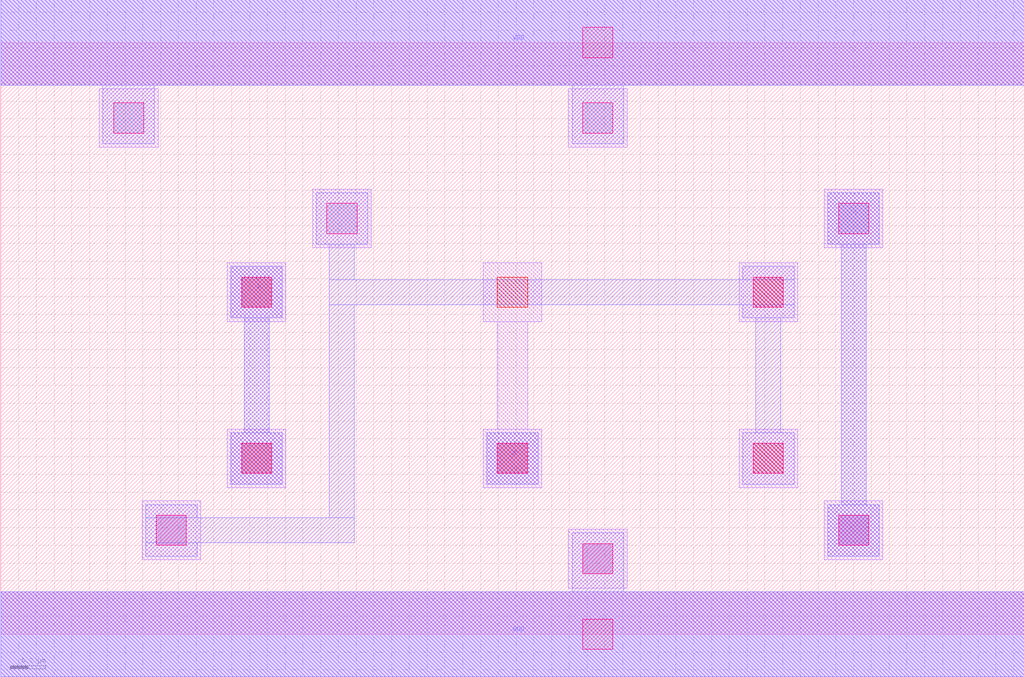
<source format=lef>
MACRO AND2X1
 CLASS CORE ;
 FOREIGN AND2X1 0 0 ;
 SIZE 5.76 BY 3.33 ;
 ORIGIN 0 0 ;
 SYMMETRY X Y R90 ;
 SITE unit ;
  PIN VDD
   DIRECTION INOUT ;
   USE POWER ;
   SHAPE ABUTMENT ;
    PORT
     CLASS CORE ;
       LAYER li1 ;
        RECT 0.00000000 3.09000000 5.76000000 3.57000000 ;
       LAYER met1 ;
        RECT 0.00000000 3.09000000 5.76000000 3.57000000 ;
    END
  END VDD

  PIN GND
   DIRECTION INOUT ;
   USE POWER ;
   SHAPE ABUTMENT ;
    PORT
     CLASS CORE ;
       LAYER li1 ;
        RECT 0.00000000 -0.24000000 5.76000000 0.24000000 ;
       LAYER met1 ;
        RECT 0.00000000 -0.24000000 5.76000000 0.24000000 ;
    END
  END GND

  PIN Y
   DIRECTION INOUT ;
   USE SIGNAL ;
   SHAPE ABUTMENT ;
    PORT
     CLASS CORE ;
       LAYER met1 ;
        RECT 4.65500000 0.44000000 4.94500000 0.73000000 ;
        RECT 4.73000000 0.73000000 4.87000000 2.19500000 ;
        RECT 4.65500000 2.19500000 4.94500000 2.48500000 ;
    END
  END Y

  PIN B
   DIRECTION INOUT ;
   USE SIGNAL ;
   SHAPE ABUTMENT ;
    PORT
     CLASS CORE ;
       LAYER met1 ;
        RECT 2.73500000 0.84500000 3.02500000 1.13500000 ;
    END
  END B

  PIN A
   DIRECTION INOUT ;
   USE SIGNAL ;
   SHAPE ABUTMENT ;
    PORT
     CLASS CORE ;
       LAYER met1 ;
        RECT 1.29500000 0.84500000 1.58500000 1.13500000 ;
        RECT 1.37000000 1.13500000 1.51000000 1.78000000 ;
        RECT 1.29500000 1.78000000 1.58500000 2.07000000 ;
    END
  END A

 OBS
    LAYER polycont ;
     RECT 1.35500000 0.90500000 1.52500000 1.07500000 ;
     RECT 2.79500000 0.90500000 2.96500000 1.07500000 ;
     RECT 4.23500000 0.90500000 4.40500000 1.07500000 ;
     RECT 1.35500000 1.84000000 1.52500000 2.01000000 ;
     RECT 2.79500000 1.84000000 2.96500000 2.01000000 ;
     RECT 4.23500000 1.84000000 4.40500000 2.01000000 ;

    LAYER pdiffc ;
     RECT 1.83500000 2.25500000 2.00500000 2.42500000 ;
     RECT 4.71500000 2.25500000 4.88500000 2.42500000 ;
     RECT 0.63500000 2.82000000 0.80500000 2.99000000 ;
     RECT 3.27500000 2.82000000 3.44500000 2.99000000 ;

    LAYER ndiffc ;
     RECT 3.27500000 0.34000000 3.44500000 0.51000000 ;
     RECT 0.87500000 0.50000000 1.04500000 0.67000000 ;
     RECT 4.71500000 0.50000000 4.88500000 0.67000000 ;

    LAYER li1 ;
     RECT 0.00000000 -0.24000000 5.76000000 0.24000000 ;
     RECT 3.19500000 0.26000000 3.52500000 0.59000000 ;
     RECT 0.79500000 0.42000000 1.12500000 0.75000000 ;
     RECT 4.63500000 0.42000000 4.96500000 0.75000000 ;
     RECT 1.27500000 0.82500000 1.60500000 1.15500000 ;
     RECT 4.15500000 0.82500000 4.48500000 1.15500000 ;
     RECT 1.27500000 1.76000000 1.60500000 2.09000000 ;
     RECT 2.71500000 0.82500000 3.04500000 1.15500000 ;
     RECT 2.79500000 1.15500000 2.96500000 1.76000000 ;
     RECT 2.71500000 1.76000000 3.04500000 2.09000000 ;
     RECT 4.15500000 1.76000000 4.48500000 2.09000000 ;
     RECT 1.75500000 2.17500000 2.08500000 2.50500000 ;
     RECT 4.63500000 2.17500000 4.96500000 2.50500000 ;
     RECT 0.55500000 2.74000000 0.88500000 3.07000000 ;
     RECT 3.19500000 2.74000000 3.52500000 3.07000000 ;
     RECT 0.00000000 3.09000000 5.76000000 3.57000000 ;

    LAYER viali ;
     RECT 3.27500000 -0.08500000 3.44500000 0.08500000 ;
     RECT 3.27500000 0.34000000 3.44500000 0.51000000 ;
     RECT 0.87500000 0.50000000 1.04500000 0.67000000 ;
     RECT 4.71500000 0.50000000 4.88500000 0.67000000 ;
     RECT 1.35500000 0.90500000 1.52500000 1.07500000 ;
     RECT 2.79500000 0.90500000 2.96500000 1.07500000 ;
     RECT 4.23500000 0.90500000 4.40500000 1.07500000 ;
     RECT 1.35500000 1.84000000 1.52500000 2.01000000 ;
     RECT 4.23500000 1.84000000 4.40500000 2.01000000 ;
     RECT 1.83500000 2.25500000 2.00500000 2.42500000 ;
     RECT 4.71500000 2.25500000 4.88500000 2.42500000 ;
     RECT 0.63500000 2.82000000 0.80500000 2.99000000 ;
     RECT 3.27500000 2.82000000 3.44500000 2.99000000 ;
     RECT 3.27500000 3.24500000 3.44500000 3.41500000 ;

    LAYER met1 ;
     RECT 0.00000000 -0.24000000 5.76000000 0.24000000 ;
     RECT 3.21500000 0.24000000 3.50500000 0.57000000 ;
     RECT 2.73500000 0.84500000 3.02500000 1.13500000 ;
     RECT 1.29500000 0.84500000 1.58500000 1.13500000 ;
     RECT 1.37000000 1.13500000 1.51000000 1.78000000 ;
     RECT 1.29500000 1.78000000 1.58500000 2.07000000 ;
     RECT 0.81500000 0.44000000 1.10500000 0.51500000 ;
     RECT 0.81500000 0.51500000 1.99000000 0.65500000 ;
     RECT 0.81500000 0.65500000 1.10500000 0.73000000 ;
     RECT 4.17500000 0.84500000 4.46500000 1.13500000 ;
     RECT 4.25000000 1.13500000 4.39000000 1.78000000 ;
     RECT 1.85000000 0.65500000 1.99000000 1.85500000 ;
     RECT 4.17500000 1.78000000 4.46500000 1.85500000 ;
     RECT 1.85000000 1.85500000 4.46500000 1.99500000 ;
     RECT 4.17500000 1.99500000 4.46500000 2.07000000 ;
     RECT 1.85000000 1.99500000 1.99000000 2.19500000 ;
     RECT 1.77500000 2.19500000 2.06500000 2.48500000 ;
     RECT 4.65500000 0.44000000 4.94500000 0.73000000 ;
     RECT 4.73000000 0.73000000 4.87000000 2.19500000 ;
     RECT 4.65500000 2.19500000 4.94500000 2.48500000 ;
     RECT 0.57500000 2.76000000 0.86500000 3.09000000 ;
     RECT 3.21500000 2.76000000 3.50500000 3.09000000 ;
     RECT 0.00000000 3.09000000 5.76000000 3.57000000 ;

 END
END AND2X1

</source>
